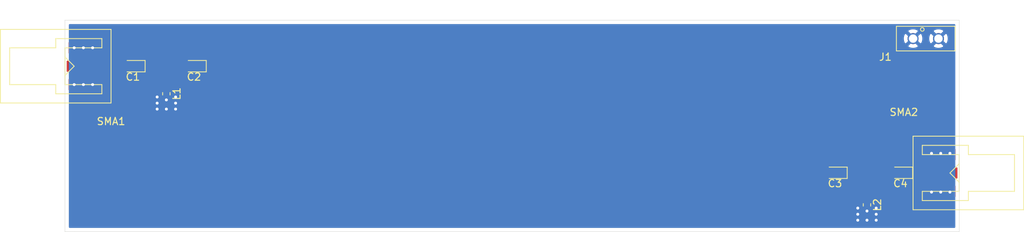
<source format=kicad_pcb>
(kicad_pcb (version 20171130) (host pcbnew 5.1.2-f72e74a~84~ubuntu18.04.1)

  (general
    (thickness 1.6)
    (drawings 5)
    (tracks 67)
    (zones 0)
    (modules 9)
    (nets 8)
  )

  (page A4)
  (layers
    (0 F.Cu signal)
    (31 B.Cu signal)
    (32 B.Adhes user)
    (33 F.Adhes user)
    (34 B.Paste user)
    (35 F.Paste user)
    (36 B.SilkS user)
    (37 F.SilkS user)
    (38 B.Mask user)
    (39 F.Mask user)
    (40 Dwgs.User user)
    (41 Cmts.User user)
    (42 Eco1.User user)
    (43 Eco2.User user)
    (44 Edge.Cuts user)
    (45 Margin user)
    (46 B.CrtYd user)
    (47 F.CrtYd user)
    (48 B.Fab user)
    (49 F.Fab user)
  )

  (setup
    (last_trace_width 0.25)
    (trace_clearance 0.2)
    (zone_clearance 0.508)
    (zone_45_only no)
    (trace_min 0.2)
    (via_size 0.8)
    (via_drill 0.4)
    (via_min_size 0.4)
    (via_min_drill 0.3)
    (uvia_size 0.3)
    (uvia_drill 0.1)
    (uvias_allowed no)
    (uvia_min_size 0.2)
    (uvia_min_drill 0.1)
    (edge_width 0.05)
    (segment_width 0.2)
    (pcb_text_width 0.3)
    (pcb_text_size 1.5 1.5)
    (mod_edge_width 0.12)
    (mod_text_size 1 1)
    (mod_text_width 0.15)
    (pad_size 1.524 1.524)
    (pad_drill 0.762)
    (pad_to_mask_clearance 0.051)
    (solder_mask_min_width 0.25)
    (aux_axis_origin 0 0)
    (visible_elements FFFFFF7F)
    (pcbplotparams
      (layerselection 0x010fc_ffffffff)
      (usegerberextensions false)
      (usegerberattributes false)
      (usegerberadvancedattributes false)
      (creategerberjobfile false)
      (excludeedgelayer true)
      (linewidth 0.100000)
      (plotframeref false)
      (viasonmask false)
      (mode 1)
      (useauxorigin false)
      (hpglpennumber 1)
      (hpglpenspeed 20)
      (hpglpendiameter 15.000000)
      (psnegative false)
      (psa4output false)
      (plotreference true)
      (plotvalue true)
      (plotinvisibletext false)
      (padsonsilk false)
      (subtractmaskfromsilk false)
      (outputformat 1)
      (mirror false)
      (drillshape 0)
      (scaleselection 1)
      (outputdirectory "ger_drill_FR4_proto/"))
  )

  (net 0 "")
  (net 1 "Net-(C1-Pad2)")
  (net 2 "Net-(C1-Pad1)")
  (net 3 "Net-(C2-Pad1)")
  (net 4 "Net-(C3-Pad2)")
  (net 5 "Net-(C3-Pad1)")
  (net 6 "Net-(C4-Pad1)")
  (net 7 GND)

  (net_class Default "This is the default net class."
    (clearance 0.2)
    (trace_width 0.25)
    (via_dia 0.8)
    (via_drill 0.4)
    (uvia_dia 0.3)
    (uvia_drill 0.1)
    (add_net GND)
    (add_net "Net-(C1-Pad1)")
    (add_net "Net-(C1-Pad2)")
    (add_net "Net-(C2-Pad1)")
    (add_net "Net-(C3-Pad1)")
    (add_net "Net-(C3-Pad2)")
    (add_net "Net-(C4-Pad1)")
  )

  (module borniers:PRT-08084 (layer F.Cu) (tedit 5D01074F) (tstamp 5DD68EBF)
    (at 172.72 80.01 180)
    (path /5DD69A6A)
    (fp_text reference J1 (at 3.81 -7.62) (layer F.SilkS)
      (effects (font (size 1 1) (thickness 0.15)))
    )
    (fp_text value Rodin (at 5.08 -5.08) (layer F.Fab)
      (effects (font (size 1 1) (thickness 0.15)))
    )
    (fp_circle (center -1.27 -3.81) (end -1.02 -3.81) (layer F.SilkS) (width 0.12))
    (fp_line (start 2.3 -3.38) (end -5.8 -3.38) (layer F.SilkS) (width 0.12))
    (fp_line (start -5.8 -6.78) (end 2.3 -6.78) (layer F.SilkS) (width 0.12))
    (fp_line (start 2.3 -3.38) (end 2.3 -6.78) (layer F.SilkS) (width 0.12))
    (fp_line (start -5.8 -3.38) (end -5.8 -6.78) (layer F.SilkS) (width 0.12))
    (pad 2 thru_hole circle (at 0 -5.08 180) (size 1.524 1.524) (drill 1.15) (layers *.Cu *.Mask)
      (net 7 GND))
    (pad 1 thru_hole circle (at -3.5 -5.08 180) (size 1.524 1.524) (drill 1.15) (layers *.Cu *.Mask)
      (net 7 GND))
  )

  (module sma_custom:CONSMA003.062-G (layer F.Cu) (tedit 5D1F15C9) (tstamp 5DCD89CE)
    (at 180.34 106.18)
    (path /5DCD81EB)
    (fp_text reference SMA2 (at -8.89 -10.93) (layer F.SilkS)
      (effects (font (size 1 1) (thickness 0.15)))
    )
    (fp_text value sma_connector (at -8.89 -9.66) (layer F.Fab)
      (effects (font (size 1 1) (thickness 0.15)))
    )
    (fp_line (start -1.27 -1.27) (end -2.54 -2.54) (layer F.SilkS) (width 0.12))
    (fp_line (start -1.27 -3.81) (end -2.54 -2.54) (layer F.SilkS) (width 0.12))
    (fp_line (start -7.62 2.54) (end 7.62 2.54) (layer F.SilkS) (width 0.12))
    (fp_line (start 7.62 -7.62) (end -7.62 -7.62) (layer F.SilkS) (width 0.12))
    (fp_line (start -6.35 0) (end -6.35 1.27) (layer F.SilkS) (width 0.12))
    (fp_line (start -1.27 0) (end -6.35 0) (layer F.SilkS) (width 0.12))
    (fp_line (start -1.27 -5.08) (end -1.27 0) (layer F.SilkS) (width 0.12))
    (fp_line (start -6.35 -5.08) (end -1.27 -5.08) (layer F.SilkS) (width 0.12))
    (fp_line (start -6.35 -6.35) (end -6.35 -5.08) (layer F.SilkS) (width 0.12))
    (fp_line (start 6.35 -5.08) (end 6.35 0) (layer F.SilkS) (width 0.12))
    (fp_line (start 0 -5.08) (end 6.35 -5.08) (layer F.SilkS) (width 0.12))
    (fp_line (start 0 -6.35) (end 0 -5.08) (layer F.SilkS) (width 0.12))
    (fp_line (start 0 0) (end 6.35 0) (layer F.SilkS) (width 0.12))
    (fp_line (start 0 1.27) (end 0 0) (layer F.SilkS) (width 0.12))
    (fp_line (start 7.62 2.54) (end 7.62 -7.62) (layer F.SilkS) (width 0.12))
    (fp_line (start -7.62 -7.62) (end -7.62 2.54) (layer F.SilkS) (width 0.12))
    (fp_line (start 0 1.27) (end -6.35 1.27) (layer F.SilkS) (width 0.12))
    (fp_line (start -6.35 -6.35) (end 0 -6.35) (layer F.SilkS) (width 0.12))
    (pad 3 smd rect (at -3.81 0) (size 4.06 1.52) (layers F.Cu F.Paste F.Mask)
      (net 7 GND))
    (pad 2 smd rect (at -3.81 -5.08) (size 4.06 1.52) (layers F.Cu F.Paste F.Mask)
      (net 7 GND))
    (pad 1 smd rect (at -3.81 -2.54) (size 4.6 1.52) (layers F.Cu F.Paste F.Mask)
      (net 6 "Net-(C4-Pad1)"))
  )

  (module sma_custom:CONSMA003.062-G (layer F.Cu) (tedit 5D1F15C9) (tstamp 5DCD89B5)
    (at 54.61 86.36 180)
    (path /5DCD8423)
    (fp_text reference SMA1 (at -7.62 -10.16) (layer F.SilkS)
      (effects (font (size 1 1) (thickness 0.15)))
    )
    (fp_text value sma_connector (at -10.16 -11.43) (layer F.Fab)
      (effects (font (size 1 1) (thickness 0.15)))
    )
    (fp_line (start -1.27 -1.27) (end -2.54 -2.54) (layer F.SilkS) (width 0.12))
    (fp_line (start -1.27 -3.81) (end -2.54 -2.54) (layer F.SilkS) (width 0.12))
    (fp_line (start -7.62 2.54) (end 7.62 2.54) (layer F.SilkS) (width 0.12))
    (fp_line (start 7.62 -7.62) (end -7.62 -7.62) (layer F.SilkS) (width 0.12))
    (fp_line (start -6.35 0) (end -6.35 1.27) (layer F.SilkS) (width 0.12))
    (fp_line (start -1.27 0) (end -6.35 0) (layer F.SilkS) (width 0.12))
    (fp_line (start -1.27 -5.08) (end -1.27 0) (layer F.SilkS) (width 0.12))
    (fp_line (start -6.35 -5.08) (end -1.27 -5.08) (layer F.SilkS) (width 0.12))
    (fp_line (start -6.35 -6.35) (end -6.35 -5.08) (layer F.SilkS) (width 0.12))
    (fp_line (start 6.35 -5.08) (end 6.35 0) (layer F.SilkS) (width 0.12))
    (fp_line (start 0 -5.08) (end 6.35 -5.08) (layer F.SilkS) (width 0.12))
    (fp_line (start 0 -6.35) (end 0 -5.08) (layer F.SilkS) (width 0.12))
    (fp_line (start 0 0) (end 6.35 0) (layer F.SilkS) (width 0.12))
    (fp_line (start 0 1.27) (end 0 0) (layer F.SilkS) (width 0.12))
    (fp_line (start 7.62 2.54) (end 7.62 -7.62) (layer F.SilkS) (width 0.12))
    (fp_line (start -7.62 -7.62) (end -7.62 2.54) (layer F.SilkS) (width 0.12))
    (fp_line (start 0 1.27) (end -6.35 1.27) (layer F.SilkS) (width 0.12))
    (fp_line (start -6.35 -6.35) (end 0 -6.35) (layer F.SilkS) (width 0.12))
    (pad 3 smd rect (at -3.81 0 180) (size 4.06 1.52) (layers F.Cu F.Paste F.Mask)
      (net 7 GND))
    (pad 2 smd rect (at -3.81 -5.08 180) (size 4.06 1.52) (layers F.Cu F.Paste F.Mask)
      (net 7 GND))
    (pad 1 smd rect (at -3.81 -2.54 180) (size 4.6 1.52) (layers F.Cu F.Paste F.Mask)
      (net 1 "Net-(C1-Pad2)"))
  )

  (module Inductor_SMD:L_0603_1608Metric_Pad1.05x0.95mm_HandSolder (layer F.Cu) (tedit 5B301BBE) (tstamp 5DCD899C)
    (at 166.37 108.045 270)
    (descr "Capacitor SMD 0603 (1608 Metric), square (rectangular) end terminal, IPC_7351 nominal with elongated pad for handsoldering. (Body size source: http://www.tortai-tech.com/upload/download/2011102023233369053.pdf), generated with kicad-footprint-generator")
    (tags "inductor handsolder")
    (path /5DCDEA52)
    (attr smd)
    (fp_text reference L2 (at 0 -1.43 90) (layer F.SilkS)
      (effects (font (size 1 1) (thickness 0.15)))
    )
    (fp_text value 5.1n (at 0 1.43 90) (layer F.Fab)
      (effects (font (size 1 1) (thickness 0.15)))
    )
    (fp_text user %R (at 0 0 90) (layer F.Fab)
      (effects (font (size 0.4 0.4) (thickness 0.06)))
    )
    (fp_line (start 1.65 0.73) (end -1.65 0.73) (layer F.CrtYd) (width 0.05))
    (fp_line (start 1.65 -0.73) (end 1.65 0.73) (layer F.CrtYd) (width 0.05))
    (fp_line (start -1.65 -0.73) (end 1.65 -0.73) (layer F.CrtYd) (width 0.05))
    (fp_line (start -1.65 0.73) (end -1.65 -0.73) (layer F.CrtYd) (width 0.05))
    (fp_line (start -0.171267 0.51) (end 0.171267 0.51) (layer F.SilkS) (width 0.12))
    (fp_line (start -0.171267 -0.51) (end 0.171267 -0.51) (layer F.SilkS) (width 0.12))
    (fp_line (start 0.8 0.4) (end -0.8 0.4) (layer F.Fab) (width 0.1))
    (fp_line (start 0.8 -0.4) (end 0.8 0.4) (layer F.Fab) (width 0.1))
    (fp_line (start -0.8 -0.4) (end 0.8 -0.4) (layer F.Fab) (width 0.1))
    (fp_line (start -0.8 0.4) (end -0.8 -0.4) (layer F.Fab) (width 0.1))
    (pad 2 smd roundrect (at 0.875 0 270) (size 1.05 0.95) (layers F.Cu F.Paste F.Mask) (roundrect_rratio 0.25)
      (net 7 GND))
    (pad 1 smd roundrect (at -0.875 0 270) (size 1.05 0.95) (layers F.Cu F.Paste F.Mask) (roundrect_rratio 0.25)
      (net 5 "Net-(C3-Pad1)"))
    (model ${KISYS3DMOD}/Inductor_SMD.3dshapes/L_0603_1608Metric.wrl
      (at (xyz 0 0 0))
      (scale (xyz 1 1 1))
      (rotate (xyz 0 0 0))
    )
  )

  (module Inductor_SMD:L_0603_1608Metric_Pad1.05x0.95mm_HandSolder (layer F.Cu) (tedit 5B301BBE) (tstamp 5DCD898B)
    (at 69.85 92.705 270)
    (descr "Capacitor SMD 0603 (1608 Metric), square (rectangular) end terminal, IPC_7351 nominal with elongated pad for handsoldering. (Body size source: http://www.tortai-tech.com/upload/download/2011102023233369053.pdf), generated with kicad-footprint-generator")
    (tags "inductor handsolder")
    (path /5DCDD012)
    (attr smd)
    (fp_text reference L1 (at 0 -1.43 90) (layer F.SilkS)
      (effects (font (size 1 1) (thickness 0.15)))
    )
    (fp_text value 5.1n (at 0.275 1.43 90) (layer F.Fab)
      (effects (font (size 1 1) (thickness 0.15)))
    )
    (fp_text user %R (at 0 0 90) (layer F.Fab)
      (effects (font (size 0.4 0.4) (thickness 0.06)))
    )
    (fp_line (start 1.65 0.73) (end -1.65 0.73) (layer F.CrtYd) (width 0.05))
    (fp_line (start 1.65 -0.73) (end 1.65 0.73) (layer F.CrtYd) (width 0.05))
    (fp_line (start -1.65 -0.73) (end 1.65 -0.73) (layer F.CrtYd) (width 0.05))
    (fp_line (start -1.65 0.73) (end -1.65 -0.73) (layer F.CrtYd) (width 0.05))
    (fp_line (start -0.171267 0.51) (end 0.171267 0.51) (layer F.SilkS) (width 0.12))
    (fp_line (start -0.171267 -0.51) (end 0.171267 -0.51) (layer F.SilkS) (width 0.12))
    (fp_line (start 0.8 0.4) (end -0.8 0.4) (layer F.Fab) (width 0.1))
    (fp_line (start 0.8 -0.4) (end 0.8 0.4) (layer F.Fab) (width 0.1))
    (fp_line (start -0.8 -0.4) (end 0.8 -0.4) (layer F.Fab) (width 0.1))
    (fp_line (start -0.8 0.4) (end -0.8 -0.4) (layer F.Fab) (width 0.1))
    (pad 2 smd roundrect (at 0.875 0 270) (size 1.05 0.95) (layers F.Cu F.Paste F.Mask) (roundrect_rratio 0.25)
      (net 7 GND))
    (pad 1 smd roundrect (at -0.875 0 270) (size 1.05 0.95) (layers F.Cu F.Paste F.Mask) (roundrect_rratio 0.25)
      (net 2 "Net-(C1-Pad1)"))
    (model ${KISYS3DMOD}/Inductor_SMD.3dshapes/L_0603_1608Metric.wrl
      (at (xyz 0 0 0))
      (scale (xyz 1 1 1))
      (rotate (xyz 0 0 0))
    )
  )

  (module Capacitor_Tantalum_SMD:CP_EIA-1608-08_AVX-J_Pad1.25x1.05mm_HandSolder (layer F.Cu) (tedit 5B301BBE) (tstamp 5DCD897A)
    (at 170.98 103.611 180)
    (descr "Tantalum Capacitor SMD AVX-J (1608-08 Metric), IPC_7351 nominal, (Body size from: https://www.vishay.com/docs/48064/_t58_vmn_pt0471_1601.pdf), generated with kicad-footprint-generator")
    (tags "capacitor tantalum")
    (path /5DCDACC6)
    (attr smd)
    (fp_text reference C4 (at 0 -1.48) (layer F.SilkS)
      (effects (font (size 1 1) (thickness 0.15)))
    )
    (fp_text value 10n (at 0 1.48) (layer F.Fab)
      (effects (font (size 1 1) (thickness 0.15)))
    )
    (fp_text user %R (at 0 0) (layer F.Fab)
      (effects (font (size 0.4 0.4) (thickness 0.06)))
    )
    (fp_line (start 1.68 0.78) (end -1.68 0.78) (layer F.CrtYd) (width 0.05))
    (fp_line (start 1.68 -0.78) (end 1.68 0.78) (layer F.CrtYd) (width 0.05))
    (fp_line (start -1.68 -0.78) (end 1.68 -0.78) (layer F.CrtYd) (width 0.05))
    (fp_line (start -1.68 0.78) (end -1.68 -0.78) (layer F.CrtYd) (width 0.05))
    (fp_line (start -1.685 0.785) (end 0.8 0.785) (layer F.SilkS) (width 0.12))
    (fp_line (start -1.685 -0.785) (end -1.685 0.785) (layer F.SilkS) (width 0.12))
    (fp_line (start 0.8 -0.785) (end -1.685 -0.785) (layer F.SilkS) (width 0.12))
    (fp_line (start 0.8 0.425) (end 0.8 -0.425) (layer F.Fab) (width 0.1))
    (fp_line (start -0.8 0.425) (end 0.8 0.425) (layer F.Fab) (width 0.1))
    (fp_line (start -0.8 -0.125) (end -0.8 0.425) (layer F.Fab) (width 0.1))
    (fp_line (start -0.5 -0.425) (end -0.8 -0.125) (layer F.Fab) (width 0.1))
    (fp_line (start 0.8 -0.425) (end -0.5 -0.425) (layer F.Fab) (width 0.1))
    (pad 2 smd roundrect (at 0.8 0 180) (size 1.25 1.05) (layers F.Cu F.Paste F.Mask) (roundrect_rratio 0.238095)
      (net 5 "Net-(C3-Pad1)"))
    (pad 1 smd roundrect (at -0.8 0 180) (size 1.25 1.05) (layers F.Cu F.Paste F.Mask) (roundrect_rratio 0.238095)
      (net 6 "Net-(C4-Pad1)"))
    (model ${KISYS3DMOD}/Capacitor_Tantalum_SMD.3dshapes/CP_EIA-1608-08_AVX-J.wrl
      (at (xyz 0 0 0))
      (scale (xyz 1 1 1))
      (rotate (xyz 0 0 0))
    )
  )

  (module Capacitor_Tantalum_SMD:CP_EIA-1608-08_AVX-J_Pad1.25x1.05mm_HandSolder (layer F.Cu) (tedit 5B301BBE) (tstamp 5DCD8967)
    (at 161.96 103.611 180)
    (descr "Tantalum Capacitor SMD AVX-J (1608-08 Metric), IPC_7351 nominal, (Body size from: https://www.vishay.com/docs/48064/_t58_vmn_pt0471_1601.pdf), generated with kicad-footprint-generator")
    (tags "capacitor tantalum")
    (path /5DCDE2EE)
    (attr smd)
    (fp_text reference C3 (at 0 -1.48) (layer F.SilkS)
      (effects (font (size 1 1) (thickness 0.15)))
    )
    (fp_text value 3.7p (at 0 1.48) (layer F.Fab)
      (effects (font (size 1 1) (thickness 0.15)))
    )
    (fp_text user %R (at 0 0) (layer F.Fab)
      (effects (font (size 0.4 0.4) (thickness 0.06)))
    )
    (fp_line (start 1.68 0.78) (end -1.68 0.78) (layer F.CrtYd) (width 0.05))
    (fp_line (start 1.68 -0.78) (end 1.68 0.78) (layer F.CrtYd) (width 0.05))
    (fp_line (start -1.68 -0.78) (end 1.68 -0.78) (layer F.CrtYd) (width 0.05))
    (fp_line (start -1.68 0.78) (end -1.68 -0.78) (layer F.CrtYd) (width 0.05))
    (fp_line (start -1.685 0.785) (end 0.8 0.785) (layer F.SilkS) (width 0.12))
    (fp_line (start -1.685 -0.785) (end -1.685 0.785) (layer F.SilkS) (width 0.12))
    (fp_line (start 0.8 -0.785) (end -1.685 -0.785) (layer F.SilkS) (width 0.12))
    (fp_line (start 0.8 0.425) (end 0.8 -0.425) (layer F.Fab) (width 0.1))
    (fp_line (start -0.8 0.425) (end 0.8 0.425) (layer F.Fab) (width 0.1))
    (fp_line (start -0.8 -0.125) (end -0.8 0.425) (layer F.Fab) (width 0.1))
    (fp_line (start -0.5 -0.425) (end -0.8 -0.125) (layer F.Fab) (width 0.1))
    (fp_line (start 0.8 -0.425) (end -0.5 -0.425) (layer F.Fab) (width 0.1))
    (pad 2 smd roundrect (at 0.8 0 180) (size 1.25 1.05) (layers F.Cu F.Paste F.Mask) (roundrect_rratio 0.238095)
      (net 4 "Net-(C3-Pad2)"))
    (pad 1 smd roundrect (at -0.8 0 180) (size 1.25 1.05) (layers F.Cu F.Paste F.Mask) (roundrect_rratio 0.238095)
      (net 5 "Net-(C3-Pad1)"))
    (model ${KISYS3DMOD}/Capacitor_Tantalum_SMD.3dshapes/CP_EIA-1608-08_AVX-J.wrl
      (at (xyz 0 0 0))
      (scale (xyz 1 1 1))
      (rotate (xyz 0 0 0))
    )
  )

  (module Capacitor_Tantalum_SMD:CP_EIA-1608-08_AVX-J_Pad1.25x1.05mm_HandSolder (layer F.Cu) (tedit 5B301BBE) (tstamp 5DCD8954)
    (at 73.66 88.9 180)
    (descr "Tantalum Capacitor SMD AVX-J (1608-08 Metric), IPC_7351 nominal, (Body size from: https://www.vishay.com/docs/48064/_t58_vmn_pt0471_1601.pdf), generated with kicad-footprint-generator")
    (tags "capacitor tantalum")
    (path /5DCDD345)
    (attr smd)
    (fp_text reference C2 (at 0 -1.48) (layer F.SilkS)
      (effects (font (size 1 1) (thickness 0.15)))
    )
    (fp_text value 3.7p (at 0 1.48) (layer F.Fab)
      (effects (font (size 1 1) (thickness 0.15)))
    )
    (fp_text user %R (at 0 0) (layer F.Fab)
      (effects (font (size 0.4 0.4) (thickness 0.06)))
    )
    (fp_line (start 1.68 0.78) (end -1.68 0.78) (layer F.CrtYd) (width 0.05))
    (fp_line (start 1.68 -0.78) (end 1.68 0.78) (layer F.CrtYd) (width 0.05))
    (fp_line (start -1.68 -0.78) (end 1.68 -0.78) (layer F.CrtYd) (width 0.05))
    (fp_line (start -1.68 0.78) (end -1.68 -0.78) (layer F.CrtYd) (width 0.05))
    (fp_line (start -1.685 0.785) (end 0.8 0.785) (layer F.SilkS) (width 0.12))
    (fp_line (start -1.685 -0.785) (end -1.685 0.785) (layer F.SilkS) (width 0.12))
    (fp_line (start 0.8 -0.785) (end -1.685 -0.785) (layer F.SilkS) (width 0.12))
    (fp_line (start 0.8 0.425) (end 0.8 -0.425) (layer F.Fab) (width 0.1))
    (fp_line (start -0.8 0.425) (end 0.8 0.425) (layer F.Fab) (width 0.1))
    (fp_line (start -0.8 -0.125) (end -0.8 0.425) (layer F.Fab) (width 0.1))
    (fp_line (start -0.5 -0.425) (end -0.8 -0.125) (layer F.Fab) (width 0.1))
    (fp_line (start 0.8 -0.425) (end -0.5 -0.425) (layer F.Fab) (width 0.1))
    (pad 2 smd roundrect (at 0.8 0 180) (size 1.25 1.05) (layers F.Cu F.Paste F.Mask) (roundrect_rratio 0.238095)
      (net 2 "Net-(C1-Pad1)"))
    (pad 1 smd roundrect (at -0.8 0 180) (size 1.25 1.05) (layers F.Cu F.Paste F.Mask) (roundrect_rratio 0.238095)
      (net 3 "Net-(C2-Pad1)"))
    (model ${KISYS3DMOD}/Capacitor_Tantalum_SMD.3dshapes/CP_EIA-1608-08_AVX-J.wrl
      (at (xyz 0 0 0))
      (scale (xyz 1 1 1))
      (rotate (xyz 0 0 0))
    )
  )

  (module Capacitor_Tantalum_SMD:CP_EIA-1608-08_AVX-J_Pad1.25x1.05mm_HandSolder (layer F.Cu) (tedit 5B301BBE) (tstamp 5DCD8941)
    (at 65.24 88.9 180)
    (descr "Tantalum Capacitor SMD AVX-J (1608-08 Metric), IPC_7351 nominal, (Body size from: https://www.vishay.com/docs/48064/_t58_vmn_pt0471_1601.pdf), generated with kicad-footprint-generator")
    (tags "capacitor tantalum")
    (path /5DCDA9CB)
    (attr smd)
    (fp_text reference C1 (at 0 -1.48) (layer F.SilkS)
      (effects (font (size 1 1) (thickness 0.15)))
    )
    (fp_text value 10n (at 0 1.48) (layer F.Fab)
      (effects (font (size 1 1) (thickness 0.15)))
    )
    (fp_text user %R (at 0 0) (layer F.Fab)
      (effects (font (size 0.4 0.4) (thickness 0.06)))
    )
    (fp_line (start 1.68 0.78) (end -1.68 0.78) (layer F.CrtYd) (width 0.05))
    (fp_line (start 1.68 -0.78) (end 1.68 0.78) (layer F.CrtYd) (width 0.05))
    (fp_line (start -1.68 -0.78) (end 1.68 -0.78) (layer F.CrtYd) (width 0.05))
    (fp_line (start -1.68 0.78) (end -1.68 -0.78) (layer F.CrtYd) (width 0.05))
    (fp_line (start -1.685 0.785) (end 0.8 0.785) (layer F.SilkS) (width 0.12))
    (fp_line (start -1.685 -0.785) (end -1.685 0.785) (layer F.SilkS) (width 0.12))
    (fp_line (start 0.8 -0.785) (end -1.685 -0.785) (layer F.SilkS) (width 0.12))
    (fp_line (start 0.8 0.425) (end 0.8 -0.425) (layer F.Fab) (width 0.1))
    (fp_line (start -0.8 0.425) (end 0.8 0.425) (layer F.Fab) (width 0.1))
    (fp_line (start -0.8 -0.125) (end -0.8 0.425) (layer F.Fab) (width 0.1))
    (fp_line (start -0.5 -0.425) (end -0.8 -0.125) (layer F.Fab) (width 0.1))
    (fp_line (start 0.8 -0.425) (end -0.5 -0.425) (layer F.Fab) (width 0.1))
    (pad 2 smd roundrect (at 0.8 0 180) (size 1.25 1.05) (layers F.Cu F.Paste F.Mask) (roundrect_rratio 0.238095)
      (net 1 "Net-(C1-Pad2)"))
    (pad 1 smd roundrect (at -0.8 0 180) (size 1.25 1.05) (layers F.Cu F.Paste F.Mask) (roundrect_rratio 0.238095)
      (net 2 "Net-(C1-Pad1)"))
    (model ${KISYS3DMOD}/Capacitor_Tantalum_SMD.3dshapes/CP_EIA-1608-08_AVX-J.wrl
      (at (xyz 0 0 0))
      (scale (xyz 1 1 1))
      (rotate (xyz 0 0 0))
    )
  )

  (gr_line (start 179.07 82.55) (end 179.07 111.76) (layer Edge.Cuts) (width 0.05) (tstamp 5DD68B99))
  (gr_line (start 55.88 82.55) (end 179.07 82.55) (layer Edge.Cuts) (width 0.05))
  (gr_line (start 55.88 111.76) (end 55.88 82.55) (layer Edge.Cuts) (width 0.05))
  (gr_line (start 57.15 111.76) (end 55.88 111.76) (layer Edge.Cuts) (width 0.05))
  (gr_line (start 179.07 111.76) (end 57.15 111.76) (layer Edge.Cuts) (width 0.05))

  (segment (start 74.93 91.6745) (end 96.16 91.6745) (width 2.36) (layer F.Cu) (net 0))
  (segment (start 96.99 91.6745) (end 117.8 91.6745) (width 2.845) (layer F.Cu) (net 0))
  (segment (start 96.99 96.2555) (end 117.8 96.2555) (width 2.845) (layer F.Cu) (net 0))
  (segment (start 118.0645 96.2555) (end 138.8745 96.2555) (width 2.845) (layer F.Cu) (net 0))
  (segment (start 118.0645 100.8365) (end 138.8745 100.8365) (width 2.845) (layer F.Cu) (net 0))
  (segment (start 139.381 100.8365) (end 160.611 100.8365) (width 2.36) (layer F.Cu) (net 0))
  (segment (start 58.2 88.9) (end 63.5 88.9) (width 2.9) (layer F.Cu) (net 1))
  (segment (start 69.85 90.93499) (end 69.85 90.17) (width 2.9) (layer F.Cu) (net 2))
  (segment (start 66.8 88.9) (end 72 88.9) (width 2.9) (layer F.Cu) (net 2))
  (segment (start 74.93 88.9) (end 96.16 88.9) (width 2.36) (layer F.Cu) (net 3))
  (segment (start 139.381 103.611) (end 160.611 103.611) (width 2.36) (layer F.Cu) (net 4))
  (segment (start 166.37 106.28) (end 166.37 105.01) (width 2.9) (layer F.Cu) (net 5))
  (segment (start 170.31681 103.611) (end 170.18 103.611) (width 0.25) (layer F.Cu) (net 5))
  (segment (start 163.7 103.611) (end 169 103.611) (width 2.9) (layer F.Cu) (net 5))
  (segment (start 172.72 103.611) (end 177.3 103.611) (width 2.9) (layer F.Cu) (net 6))
  (via (at 165.1 108.49) (size 0.8) (drill 0.4) (layers F.Cu B.Cu) (net 7) (tstamp 5DCE6D6D))
  (via (at 167.64 109.34) (size 0.8) (drill 0.4) (layers F.Cu B.Cu) (net 7) (tstamp 5DCE6D6E))
  (via (at 167.64 110.16) (size 0.8) (drill 0.4) (layers F.Cu B.Cu) (net 7) (tstamp 5DCE6D6F))
  (via (at 165.1 110.16) (size 0.8) (drill 0.4) (layers F.Cu B.Cu) (net 7) (tstamp 5DCE6D70))
  (via (at 166.37 108.89) (size 0.8) (drill 0.4) (layers F.Cu B.Cu) (net 7) (tstamp 5DCE6D71))
  (via (at 166.37 110.16) (size 0.8) (drill 0.4) (layers F.Cu B.Cu) (net 7) (tstamp 5DCE6D72))
  (via (at 165.1 109.34) (size 0.8) (drill 0.4) (layers F.Cu B.Cu) (net 7) (tstamp 5DCE6D73))
  (via (at 167.64 108.49) (size 0.8) (drill 0.4) (layers F.Cu B.Cu) (net 7) (tstamp 5DCE6D74))
  (via (at 71.12 93.15) (size 0.8) (drill 0.4) (layers F.Cu B.Cu) (net 7))
  (via (at 68.58 93.15) (size 0.8) (drill 0.4) (layers F.Cu B.Cu) (net 7))
  (via (at 69.85 94.82) (size 0.8) (drill 0.4) (layers F.Cu B.Cu) (net 7))
  (via (at 68.58 94.82) (size 0.8) (drill 0.4) (layers F.Cu B.Cu) (net 7))
  (via (at 71.12 94.82) (size 0.8) (drill 0.4) (layers F.Cu B.Cu) (net 7))
  (via (at 71.12 94) (size 0.8) (drill 0.4) (layers F.Cu B.Cu) (net 7))
  (via (at 68.58 94) (size 0.8) (drill 0.4) (layers F.Cu B.Cu) (net 7))
  (via (at 175.26 100.93) (size 0.8) (drill 0.4) (layers F.Cu B.Cu) (net 7))
  (via (at 176.53 100.93) (size 0.8) (drill 0.4) (layers F.Cu B.Cu) (net 7))
  (via (at 177.8 100.93) (size 0.8) (drill 0.4) (layers F.Cu B.Cu) (net 7))
  (via (at 69.85 93.55) (size 0.8) (drill 0.4) (layers F.Cu B.Cu) (net 7))
  (via (at 177.8 106.28) (size 0.8) (drill 0.4) (layers F.Cu B.Cu) (net 7))
  (via (at 176.53 106.28) (size 0.8) (drill 0.4) (layers F.Cu B.Cu) (net 7))
  (via (at 175.26 106.28) (size 0.8) (drill 0.4) (layers F.Cu B.Cu) (net 7))
  (via (at 59.69 91.44) (size 0.8) (drill 0.4) (layers F.Cu B.Cu) (net 7))
  (via (at 58.42 91.44) (size 0.8) (drill 0.4) (layers F.Cu B.Cu) (net 7))
  (via (at 57.15 91.44) (size 0.8) (drill 0.4) (layers F.Cu B.Cu) (net 7))
  (via (at 59.69 86.36) (size 0.8) (drill 0.4) (layers F.Cu B.Cu) (net 7))
  (via (at 58.42 86.36) (size 0.8) (drill 0.4) (layers F.Cu B.Cu) (net 7))
  (via (at 57.15 86.36) (size 0.8) (drill 0.4) (layers F.Cu B.Cu) (net 7))
  (segment (start 68.98 93.55) (end 68.58 93.15) (width 0.25) (layer F.Cu) (net 7))
  (segment (start 69.85 93.55) (end 68.98 93.55) (width 0.25) (layer F.Cu) (net 7))
  (segment (start 69.03 93.55) (end 68.58 94) (width 0.25) (layer F.Cu) (net 7))
  (segment (start 69.85 93.55) (end 69.03 93.55) (width 0.25) (layer F.Cu) (net 7))
  (segment (start 69.82 93.58) (end 68.58 94.82) (width 0.25) (layer F.Cu) (net 7))
  (segment (start 69.85 93.58) (end 69.82 93.58) (width 0.25) (layer F.Cu) (net 7))
  (segment (start 69.85 93.55) (end 69.85 94.82) (width 0.25) (layer F.Cu) (net 7))
  (segment (start 70.72 93.55) (end 71.12 93.15) (width 0.25) (layer F.Cu) (net 7))
  (segment (start 69.85 93.55) (end 70.72 93.55) (width 0.25) (layer F.Cu) (net 7))
  (segment (start 70.67 93.55) (end 71.12 94) (width 0.25) (layer F.Cu) (net 7))
  (segment (start 69.85 93.55) (end 70.67 93.55) (width 0.25) (layer F.Cu) (net 7))
  (segment (start 69.88 93.58) (end 71.12 94.82) (width 0.25) (layer F.Cu) (net 7))
  (segment (start 69.85 93.58) (end 69.88 93.58) (width 0.25) (layer F.Cu) (net 7))
  (segment (start 167.21 108.92) (end 167.64 108.49) (width 0.25) (layer F.Cu) (net 7))
  (segment (start 166.37 108.92) (end 167.21 108.92) (width 0.25) (layer F.Cu) (net 7))
  (segment (start 167.19 108.89) (end 167.64 109.34) (width 0.25) (layer F.Cu) (net 7))
  (segment (start 166.37 108.89) (end 167.19 108.89) (width 0.25) (layer F.Cu) (net 7))
  (segment (start 166.37 108.89) (end 167.64 110.16) (width 0.25) (layer F.Cu) (net 7))
  (segment (start 166.37 108.89) (end 166.37 110.16) (width 0.25) (layer F.Cu) (net 7))
  (segment (start 166.37 108.89) (end 165.27 109.99) (width 0.25) (layer F.Cu) (net 7))
  (segment (start 165.52 108.92) (end 165.1 109.34) (width 0.25) (layer F.Cu) (net 7))
  (segment (start 166.37 108.92) (end 165.52 108.92) (width 0.25) (layer F.Cu) (net 7))
  (segment (start 165.53 108.92) (end 165.1 108.49) (width 0.25) (layer F.Cu) (net 7))
  (segment (start 166.37 108.92) (end 165.53 108.92) (width 0.25) (layer F.Cu) (net 7))

  (zone (net 7) (net_name GND) (layer B.Cu) (tstamp 0) (hatch edge 0.508)
    (connect_pads (clearance 0.508))
    (min_thickness 0.254)
    (fill yes (arc_segments 32) (thermal_gap 0.508) (thermal_bridge_width 0.508))
    (polygon
      (pts
        (xy 179.07 82.55) (xy 179.07 111.76) (xy 55.88 111.76) (xy 55.88 82.55)
      )
    )
    (filled_polygon
      (pts
        (xy 178.410001 111.1) (xy 56.54 111.1) (xy 56.54 86.055565) (xy 171.93404 86.055565) (xy 172.00102 86.295656)
        (xy 172.250048 86.412756) (xy 172.517135 86.479023) (xy 172.792017 86.49191) (xy 173.064133 86.450922) (xy 173.323023 86.357636)
        (xy 173.43898 86.295656) (xy 173.50596 86.055565) (xy 175.43404 86.055565) (xy 175.50102 86.295656) (xy 175.750048 86.412756)
        (xy 176.017135 86.479023) (xy 176.292017 86.49191) (xy 176.564133 86.450922) (xy 176.823023 86.357636) (xy 176.93898 86.295656)
        (xy 177.00596 86.055565) (xy 176.22 85.269605) (xy 175.43404 86.055565) (xy 173.50596 86.055565) (xy 172.72 85.269605)
        (xy 171.93404 86.055565) (xy 56.54 86.055565) (xy 56.54 85.162017) (xy 171.31809 85.162017) (xy 171.359078 85.434133)
        (xy 171.452364 85.693023) (xy 171.514344 85.80898) (xy 171.754435 85.87596) (xy 172.540395 85.09) (xy 172.899605 85.09)
        (xy 173.685565 85.87596) (xy 173.925656 85.80898) (xy 174.042756 85.559952) (xy 174.109023 85.292865) (xy 174.115157 85.162017)
        (xy 174.81809 85.162017) (xy 174.859078 85.434133) (xy 174.952364 85.693023) (xy 175.014344 85.80898) (xy 175.254435 85.87596)
        (xy 176.040395 85.09) (xy 176.399605 85.09) (xy 177.185565 85.87596) (xy 177.425656 85.80898) (xy 177.542756 85.559952)
        (xy 177.609023 85.292865) (xy 177.62191 85.017983) (xy 177.580922 84.745867) (xy 177.487636 84.486977) (xy 177.425656 84.37102)
        (xy 177.185565 84.30404) (xy 176.399605 85.09) (xy 176.040395 85.09) (xy 175.254435 84.30404) (xy 175.014344 84.37102)
        (xy 174.897244 84.620048) (xy 174.830977 84.887135) (xy 174.81809 85.162017) (xy 174.115157 85.162017) (xy 174.12191 85.017983)
        (xy 174.080922 84.745867) (xy 173.987636 84.486977) (xy 173.925656 84.37102) (xy 173.685565 84.30404) (xy 172.899605 85.09)
        (xy 172.540395 85.09) (xy 171.754435 84.30404) (xy 171.514344 84.37102) (xy 171.397244 84.620048) (xy 171.330977 84.887135)
        (xy 171.31809 85.162017) (xy 56.54 85.162017) (xy 56.54 84.124435) (xy 171.93404 84.124435) (xy 172.72 84.910395)
        (xy 173.50596 84.124435) (xy 175.43404 84.124435) (xy 176.22 84.910395) (xy 177.00596 84.124435) (xy 176.93898 83.884344)
        (xy 176.689952 83.767244) (xy 176.422865 83.700977) (xy 176.147983 83.68809) (xy 175.875867 83.729078) (xy 175.616977 83.822364)
        (xy 175.50102 83.884344) (xy 175.43404 84.124435) (xy 173.50596 84.124435) (xy 173.43898 83.884344) (xy 173.189952 83.767244)
        (xy 172.922865 83.700977) (xy 172.647983 83.68809) (xy 172.375867 83.729078) (xy 172.116977 83.822364) (xy 172.00102 83.884344)
        (xy 171.93404 84.124435) (xy 56.54 84.124435) (xy 56.54 83.21) (xy 178.41 83.21)
      )
    )
  )
)

</source>
